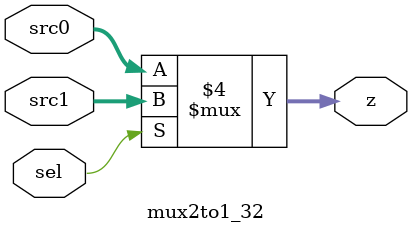
<source format=v>
module mux2to1_32 (sel, src0, src1, z);
  
  input sel;
  input [31:0] src0;
  input [31:0] src1;
  output reg [31:0] z;

  always @(sel or src0 or src1)
      begin
        if (sel == 1'b0) z <= src0;
        else z <= src1;
      end
   
endmodule
</source>
